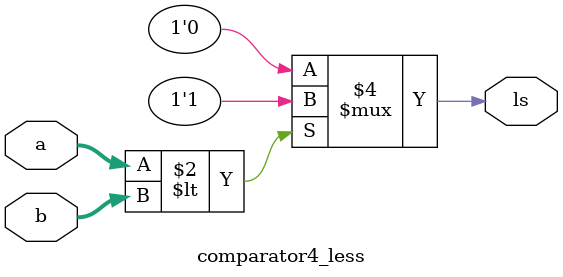
<source format=v>
module comparator4_less(
    input [3:0] a,
    input [3:0] b,
    output reg ls
);

    always @(*) begin
         if (a < b) begin
            ls = 1;
         end else begin
            ls = 0;
	 end
	 end

endmodule

</source>
